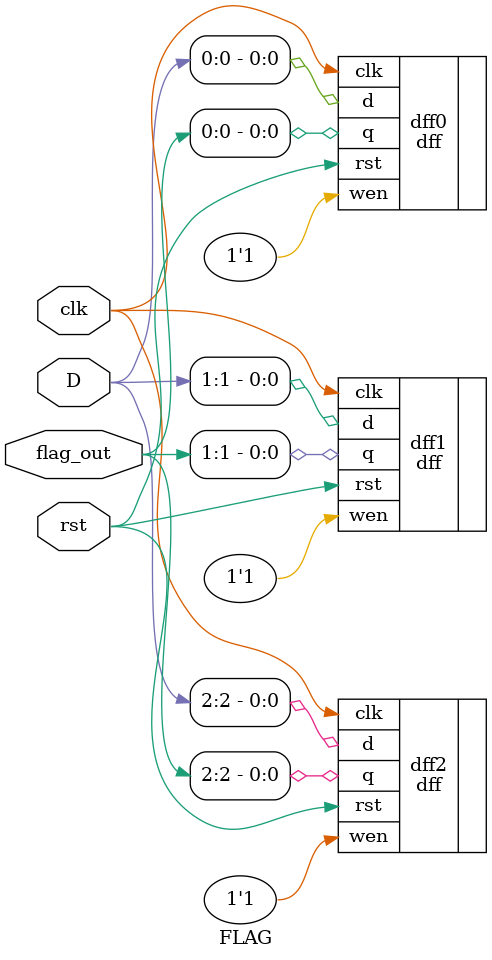
<source format=v>

module FLAG(clk, rst, D, flag_out);

input clk, rst;
input [2:0] D;
inout [2:0] flag_out;


dff dff0(.q(flag_out[0]), .d(D[0]), .wen(1'b1), .clk(clk), .rst(rst));
dff dff1(.q(flag_out[1]), .d(D[1]), .wen(1'b1), .clk(clk), .rst(rst));
dff dff2(.q(flag_out[2]), .d(D[2]), .wen(1'b1), .clk(clk), .rst(rst));

//clk, rst, D, WriteEnable, ReadEnable1, ReadEnable2, Bitline1, Bitline2
//BitCell FLAG_bc0(.clk(clk), .rst(rst), .D(D[0]), .WriteEnable(WriteReg), .ReadEnable1(ReadEnable1), .ReadEnable2(ReadEnable2), .Bitline1(Bitline1[0]), .Bitline2(Bitline2[0]));
//BitCell FLAG_bc1(.clk(clk), .rst(rst), .D(D[1]), .WriteEnable(WriteReg), .ReadEnable1(ReadEnable1), .ReadEnable2(ReadEnable2), .Bitline1(Bitline1[1]), .Bitline2(Bitline2[1]));
//BitCell FLAG_bc2(.clk(clk), .rst(rst), .D(D[2]), .WriteEnable(WriteReg), .ReadEnable1(ReadEnable1), .ReadEnable2(ReadEnable2), .Bitline1(Bitline1[2]), .Bitline2(Bitline2[2]));

endmodule

</source>
